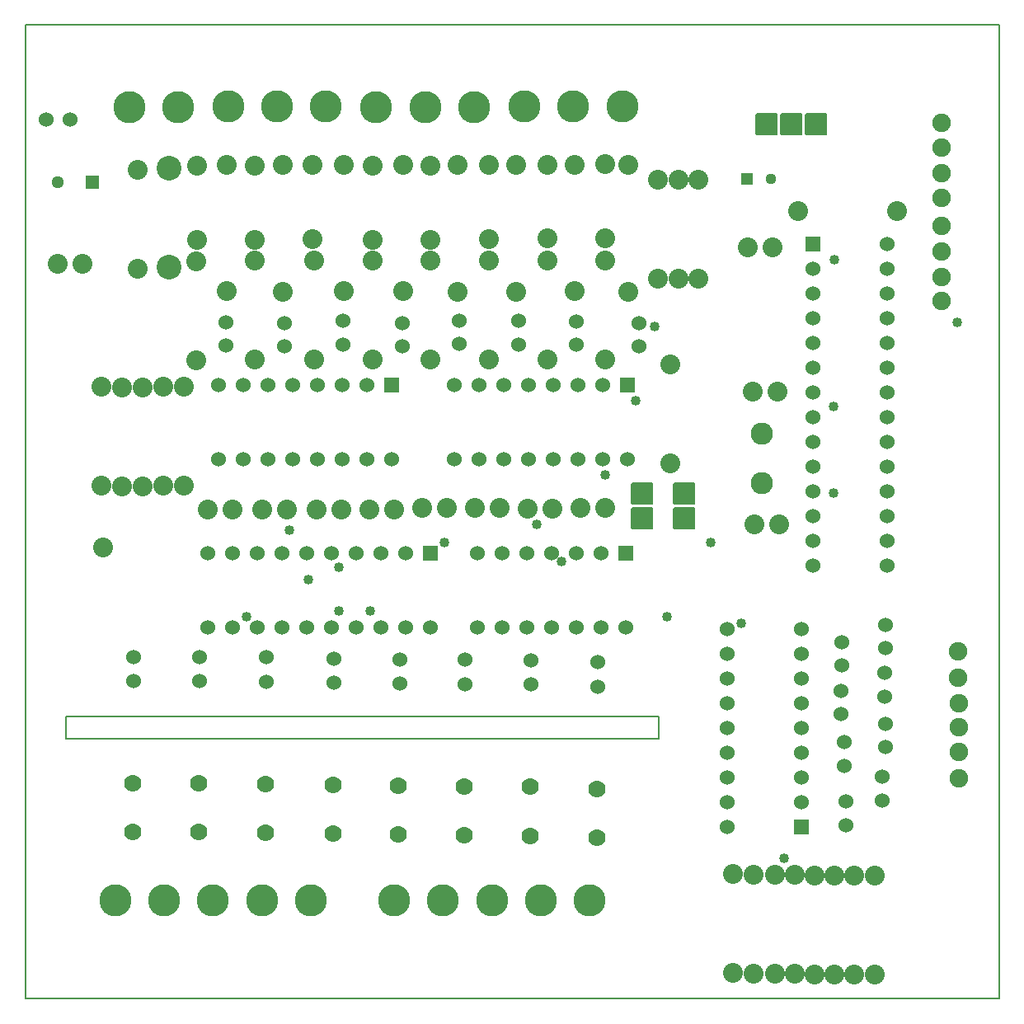
<source format=gbr>
G04 PROTEUS RS274X GERBER FILE*
%FSLAX45Y45*%
%MOMM*%
G01*
%ADD33C,1.016000*%
%ADD24C,2.032000*%
%AMPPAD028*
4,1,36,
-0.635000,0.762000,
0.635000,0.762000,
0.660970,0.759470,
0.684980,0.752200,
0.706580,0.740650,
0.725290,0.725290,
0.740650,0.706570,
0.752200,0.684980,
0.759470,0.660970,
0.762000,0.635000,
0.762000,-0.635000,
0.759470,-0.660970,
0.752200,-0.684980,
0.740650,-0.706570,
0.725290,-0.725290,
0.706580,-0.740650,
0.684980,-0.752200,
0.660970,-0.759470,
0.635000,-0.762000,
-0.635000,-0.762000,
-0.660970,-0.759470,
-0.684980,-0.752200,
-0.706580,-0.740650,
-0.725290,-0.725290,
-0.740650,-0.706570,
-0.752200,-0.684980,
-0.759470,-0.660970,
-0.762000,-0.635000,
-0.762000,0.635000,
-0.759470,0.660970,
-0.752200,0.684980,
-0.740650,0.706570,
-0.725290,0.725290,
-0.706580,0.740650,
-0.684980,0.752200,
-0.660970,0.759470,
-0.635000,0.762000,
0*%
%ADD34PPAD028*%
%ADD25C,1.524000*%
%ADD35C,1.905000*%
%AMPPAD030*
4,1,36,
-0.762000,-0.635000,
-0.762000,0.635000,
-0.759470,0.660970,
-0.752200,0.684980,
-0.740650,0.706580,
-0.725290,0.725290,
-0.706570,0.740650,
-0.684980,0.752200,
-0.660970,0.759470,
-0.635000,0.762000,
0.635000,0.762000,
0.660970,0.759470,
0.684980,0.752200,
0.706570,0.740650,
0.725290,0.725290,
0.740650,0.706580,
0.752200,0.684980,
0.759470,0.660970,
0.762000,0.635000,
0.762000,-0.635000,
0.759470,-0.660970,
0.752200,-0.684980,
0.740650,-0.706580,
0.725290,-0.725290,
0.706570,-0.740650,
0.684980,-0.752200,
0.660970,-0.759470,
0.635000,-0.762000,
-0.635000,-0.762000,
-0.660970,-0.759470,
-0.684980,-0.752200,
-0.706570,-0.740650,
-0.725290,-0.725290,
-0.740650,-0.706580,
-0.752200,-0.684980,
-0.759470,-0.660970,
-0.762000,-0.635000,
0*%
%ADD36PPAD030*%
%AMPPAD031*
4,1,4,
0.640000,-0.640000,
-0.640000,-0.640000,
-0.640000,0.640000,
0.640000,0.640000,
0.640000,-0.640000,
0*%
%ADD37PPAD031*%
%ADD22C,1.280000*%
%ADD38C,3.302000*%
%ADD29C,2.286000*%
%ADD18C,1.778000*%
%AMPPAD033*
4,1,4,
-0.560000,0.560000,
0.560000,0.560000,
0.560000,-0.560000,
-0.560000,-0.560000,
-0.560000,0.560000,
0*%
%ADD39PPAD033*%
%ADD27C,1.120000*%
%AMPPAD034*
4,1,36,
-1.016000,1.143000,
1.016000,1.143000,
1.041970,1.140470,
1.065980,1.133200,
1.087580,1.121650,
1.106290,1.106290,
1.121650,1.087570,
1.133200,1.065980,
1.140470,1.041970,
1.143000,1.016000,
1.143000,-1.016000,
1.140470,-1.041970,
1.133200,-1.065980,
1.121650,-1.087570,
1.106290,-1.106290,
1.087580,-1.121650,
1.065980,-1.133200,
1.041970,-1.140470,
1.016000,-1.143000,
-1.016000,-1.143000,
-1.041970,-1.140470,
-1.065980,-1.133200,
-1.087580,-1.121650,
-1.106290,-1.106290,
-1.121650,-1.087570,
-1.133200,-1.065980,
-1.140470,-1.041970,
-1.143000,-1.016000,
-1.143000,1.016000,
-1.140470,1.041970,
-1.133200,1.065980,
-1.121650,1.087570,
-1.106290,1.106290,
-1.087580,1.121650,
-1.065980,1.133200,
-1.041970,1.140470,
-1.016000,1.143000,
0*%
%ADD40PPAD034*%
%ADD41C,2.540000*%
%AMPPAD036*
4,1,36,
1.143000,1.016000,
1.143000,-1.016000,
1.140470,-1.041970,
1.133200,-1.065980,
1.121650,-1.087580,
1.106290,-1.106290,
1.087570,-1.121650,
1.065980,-1.133200,
1.041970,-1.140470,
1.016000,-1.143000,
-1.016000,-1.143000,
-1.041970,-1.140470,
-1.065980,-1.133200,
-1.087570,-1.121650,
-1.106290,-1.106290,
-1.121650,-1.087580,
-1.133200,-1.065980,
-1.140470,-1.041970,
-1.143000,-1.016000,
-1.143000,1.016000,
-1.140470,1.041970,
-1.133200,1.065980,
-1.121650,1.087580,
-1.106290,1.106290,
-1.087570,1.121650,
-1.065980,1.133200,
-1.041970,1.140470,
-1.016000,1.143000,
1.016000,1.143000,
1.041970,1.140470,
1.065980,1.133200,
1.087570,1.121650,
1.106290,1.106290,
1.121650,1.087580,
1.133200,1.065980,
1.140470,1.041970,
1.143000,1.016000,
0*%
%ADD42PPAD036*%
%ADD73C,0.203200*%
%TD.AperFunction*%
D33*
X+2794000Y-3556000D03*
X+1460500Y+1905000D03*
X-698500Y-317500D03*
X+254000Y-127000D03*
X-1460500Y-1016000D03*
X-1778000Y-1016000D03*
X-1778000Y-571500D03*
X-2286000Y-190500D03*
X+952500Y+381000D03*
X+1270000Y+1143000D03*
X+3302000Y+1079500D03*
X-2095500Y-698500D03*
X+3302000Y+190500D03*
X+1587500Y-1079500D03*
X+2349500Y-1143000D03*
X-2730500Y-1079500D03*
X+508000Y-508000D03*
X+2040000Y-317500D03*
D24*
X-4206000Y-366000D03*
D33*
X+4570716Y+1945278D03*
X+3311533Y+2583741D03*
D34*
X+3088260Y+2747920D03*
D25*
X+3088260Y+2493920D03*
X+3088260Y+2239920D03*
X+3088260Y+1985920D03*
X+3088260Y+1731920D03*
X+3088260Y+1477920D03*
X+3088260Y+1223920D03*
X+3088260Y+969920D03*
X+3088260Y+715920D03*
X+3088260Y+461920D03*
X+3088260Y+207920D03*
X+3088260Y-46080D03*
X+3088260Y-300080D03*
X+3088260Y-554080D03*
X+3850260Y-554080D03*
X+3850260Y-300080D03*
X+3850260Y-46080D03*
X+3850260Y+207920D03*
X+3850260Y+461920D03*
X+3850260Y+715920D03*
X+3850260Y+969920D03*
X+3850260Y+1223920D03*
X+3850260Y+1477920D03*
X+3850260Y+1731920D03*
X+3850260Y+1985920D03*
X+3850260Y+2239920D03*
X+3850260Y+2493920D03*
X+3850260Y+2745920D03*
D35*
X+4586260Y-2733620D03*
X+4586260Y-2463620D03*
X+4586260Y-2213620D03*
X+4586260Y-1963620D03*
X+4576260Y-1703620D03*
X+4576260Y-1433620D03*
D34*
X-841720Y-428820D03*
D25*
X-1095720Y-428820D03*
X-1349720Y-428820D03*
X-1603720Y-428820D03*
X-1857720Y-428820D03*
X-2111720Y-428820D03*
X-2365720Y-428820D03*
X-2619720Y-428820D03*
X-2873720Y-428820D03*
X-3127720Y-428820D03*
X-3127720Y-1190820D03*
X-2873720Y-1190820D03*
X-2619720Y-1190820D03*
X-2365720Y-1190820D03*
X-2111720Y-1190820D03*
X-1857720Y-1190820D03*
X-1603720Y-1190820D03*
X-1349720Y-1190820D03*
X-1095720Y-1190820D03*
X-841720Y-1190820D03*
D36*
X+2971540Y-3240160D03*
D25*
X+2971540Y-2986160D03*
X+2971540Y-2732160D03*
X+2971540Y-2478160D03*
X+2971540Y-2224160D03*
X+2971540Y-1970160D03*
X+2971540Y-1716160D03*
X+2971540Y-1462160D03*
X+2971540Y-1208160D03*
X+2209540Y-1208160D03*
X+2209540Y-1462160D03*
X+2209540Y-1716160D03*
X+2209540Y-1970160D03*
X+2209540Y-2224160D03*
X+2209540Y-2478160D03*
X+2209540Y-2732160D03*
X+2209540Y-2986160D03*
X+2209540Y-3240160D03*
D34*
X+1178980Y+1302700D03*
D25*
X+924980Y+1302700D03*
X+670980Y+1302700D03*
X+416980Y+1302700D03*
X+162980Y+1302700D03*
X-91020Y+1302700D03*
X-345020Y+1302700D03*
X-599020Y+1302700D03*
X-599020Y+540700D03*
X-345020Y+540700D03*
X-91020Y+540700D03*
X+162980Y+540700D03*
X+416980Y+540700D03*
X+670980Y+540700D03*
X+924980Y+540700D03*
X+1178980Y+540700D03*
D34*
X-1243020Y+1298700D03*
D25*
X-1497020Y+1298700D03*
X-1751020Y+1298700D03*
X-2005020Y+1298700D03*
X-2259020Y+1298700D03*
X-2513020Y+1298700D03*
X-2767020Y+1298700D03*
X-3021020Y+1298700D03*
X-3021020Y+536700D03*
X-2767020Y+536700D03*
X-2513020Y+536700D03*
X-2259020Y+536700D03*
X-2005020Y+536700D03*
X-1751020Y+536700D03*
X-1497020Y+536700D03*
X-1243020Y+536700D03*
D34*
X+1165280Y-422820D03*
D25*
X+911280Y-422820D03*
X+657280Y-422820D03*
X+403280Y-422820D03*
X+149280Y-422820D03*
X-104720Y-422820D03*
X-358720Y-422820D03*
X-358720Y-1184820D03*
X-104720Y-1184820D03*
X+149280Y-1184820D03*
X+403280Y-1184820D03*
X+657280Y-1184820D03*
X+911280Y-1184820D03*
X+1165280Y-1184820D03*
D35*
X+4411620Y+3996280D03*
X+4411620Y+3736280D03*
X+4411620Y+3476280D03*
X+4411620Y+3226280D03*
X+4408120Y+2932800D03*
X+4408120Y+2672800D03*
X+4408120Y+2412800D03*
X+4408120Y+2162800D03*
D37*
X-4314940Y+3385680D03*
D22*
X-4664940Y+3385680D03*
D38*
X-3072100Y-3990740D03*
X-2571720Y-3990740D03*
X-2071340Y-3990740D03*
X+794020Y-3991060D03*
X+293640Y-3991060D03*
X-206740Y-3991060D03*
X-2919020Y+4158700D03*
X-2418640Y+4158700D03*
X-1918260Y+4158700D03*
X-1396020Y+4156700D03*
X-895640Y+4156700D03*
X-395260Y+4156700D03*
X+126980Y+4161700D03*
X+627360Y+4161700D03*
X+1127740Y+4161700D03*
D29*
X+2559560Y+799300D03*
X+2559560Y+291300D03*
D25*
X-3889740Y-1490320D03*
X-3889740Y-1740320D03*
D18*
X-3899740Y-2790320D03*
X-3899740Y-3290320D03*
D25*
X-3211560Y-1490320D03*
X-3211560Y-1740320D03*
D18*
X-3221560Y-2790320D03*
X-3221560Y-3290320D03*
D25*
X-2524480Y-1496040D03*
X-2524480Y-1746040D03*
D18*
X-2534480Y-2796040D03*
X-2534480Y-3296040D03*
D25*
X-1833600Y-1508740D03*
X-1833600Y-1758740D03*
D18*
X-1843600Y-2808740D03*
X-1843600Y-3308740D03*
D38*
X-3575800Y-3990260D03*
X-4076180Y-3990260D03*
D25*
X-1158260Y-1516100D03*
X-1158260Y-1766100D03*
D18*
X-1168260Y-2816100D03*
X-1168260Y-3316100D03*
D25*
X-487700Y-1518640D03*
X-487700Y-1768640D03*
D18*
X-497700Y-2818640D03*
X-497700Y-3318640D03*
D25*
X+193020Y-1526260D03*
X+193020Y-1776260D03*
D18*
X+183020Y-2826260D03*
X+183020Y-3326260D03*
D25*
X+876280Y-1544040D03*
X+876280Y-1794040D03*
D18*
X+866280Y-2844040D03*
X+866280Y-3344040D03*
D38*
X-710480Y-3988500D03*
X-1210860Y-3988500D03*
D39*
X+2409160Y+3418040D03*
D27*
X+2659160Y+3418040D03*
D40*
X+2616200Y+3972560D03*
X+2870200Y+3972560D03*
X+3124200Y+3972560D03*
D24*
X+1704340Y+2395220D03*
X+1704340Y+3411220D03*
X+3947160Y+3091180D03*
X+2931160Y+3091180D03*
X+1910080Y+2390140D03*
X+1910080Y+3406140D03*
X+1496060Y+2390140D03*
X+1496060Y+3406140D03*
X+1621320Y+499620D03*
X+1621320Y+1515620D03*
X-3794760Y+261620D03*
X-3794760Y+1277620D03*
X-4008120Y+261620D03*
X-4008120Y+1277620D03*
X-3585680Y+271020D03*
X-3585680Y+1287020D03*
D38*
X-3435060Y+4152100D03*
X-3935440Y+4152100D03*
D41*
X-3521240Y+3526280D03*
X-3521240Y+2510280D03*
D24*
X-2318260Y+26200D03*
X-2572260Y+26200D03*
X-3127280Y+21280D03*
X-2873280Y+21280D03*
X-1463580Y+26360D03*
X-1209580Y+26360D03*
X-2012220Y+26360D03*
X-1758220Y+26360D03*
X-922020Y+38100D03*
X-668020Y+38100D03*
X-381000Y+38100D03*
X-127000Y+38100D03*
X+414820Y+34800D03*
X+160820Y+34800D03*
X+955840Y+37340D03*
X+701840Y+37340D03*
X-4414520Y+2547620D03*
X-4668520Y+2547620D03*
X+2670300Y+2716060D03*
X+2416300Y+2716060D03*
X+2719540Y+1230120D03*
X+2465540Y+1230120D03*
X+2487460Y-132840D03*
X+2741460Y-132840D03*
D42*
X+1762760Y+182880D03*
X+1762760Y-71120D03*
X+1334300Y+182120D03*
X+1334300Y-71880D03*
D24*
X+1192980Y+3561700D03*
X+1192980Y+2261700D03*
X+954980Y+2576700D03*
X+954980Y+1560700D03*
D25*
X+1303980Y+1938700D03*
X+1303980Y+1698700D03*
D24*
X+953980Y+2806700D03*
X+953980Y+3566700D03*
X+640980Y+3565700D03*
X+640980Y+2265700D03*
X+358980Y+1566700D03*
X+358980Y+2582700D03*
D25*
X+656980Y+1952700D03*
X+656980Y+1712700D03*
D24*
X+361980Y+2805700D03*
X+361980Y+3565700D03*
X+37980Y+3561700D03*
X+37980Y+2261700D03*
X-236020Y+1561700D03*
X-236020Y+2577700D03*
D25*
X+64980Y+1958700D03*
X+64980Y+1718700D03*
D24*
X-238020Y+2801700D03*
X-238020Y+3561700D03*
X-564020Y+3561700D03*
X-564020Y+2261700D03*
X-837020Y+1563700D03*
X-837020Y+2579700D03*
D25*
X-541020Y+1962700D03*
X-541020Y+1722700D03*
D24*
X-841020Y+2792700D03*
X-841020Y+3552700D03*
X-1124020Y+3562700D03*
X-1124020Y+2262700D03*
X-1433020Y+1563700D03*
X-1433020Y+2579700D03*
D25*
X-1131020Y+1935700D03*
X-1131020Y+1695700D03*
D24*
X-1431020Y+2792700D03*
X-1431020Y+3552700D03*
X-1727020Y+3562700D03*
X-1727020Y+2262700D03*
X-2038020Y+1563700D03*
X-2038020Y+2579700D03*
D25*
X-1741020Y+1957700D03*
X-1741020Y+1717700D03*
D24*
X-2051020Y+2802700D03*
X-2051020Y+3562700D03*
X-2355020Y+3560700D03*
X-2355020Y+2260700D03*
X-2644020Y+1560700D03*
X-2644020Y+2576700D03*
D25*
X-2341020Y+1938700D03*
X-2341020Y+1698700D03*
D24*
X-2641020Y+2792700D03*
X-2641020Y+3552700D03*
X-2930020Y+3563700D03*
X-2930020Y+2263700D03*
X-3246020Y+1556700D03*
X-3246020Y+2572700D03*
D25*
X-2938020Y+1946700D03*
X-2938020Y+1706700D03*
D24*
X-3241020Y+2792700D03*
X-3241020Y+3552700D03*
X+2262380Y-4737900D03*
X+2262380Y-3721900D03*
D25*
X+3425660Y-2977420D03*
X+3425660Y-3217420D03*
D24*
X+2480820Y-4740440D03*
X+2480820Y-3724440D03*
D25*
X+3799840Y-2724180D03*
X+3799840Y-2964180D03*
D24*
X+2694180Y-4748060D03*
X+2694180Y-3732060D03*
D25*
X+3411220Y-2368580D03*
X+3411220Y-2608580D03*
D24*
X+2899920Y-4742980D03*
X+2899920Y-3726980D03*
D25*
X+3829520Y-2177320D03*
X+3829520Y-2417320D03*
D24*
X+3103120Y-4750600D03*
X+3103120Y-3734600D03*
D25*
X+3378200Y-1836420D03*
X+3378200Y-2076420D03*
D24*
X+3307880Y-4753100D03*
X+3307880Y-3737100D03*
D25*
X+3824440Y-1656620D03*
X+3824440Y-1896620D03*
D24*
X+3512820Y-4752340D03*
X+3512820Y-3736340D03*
D25*
X+3385060Y-1340680D03*
X+3385060Y-1580680D03*
D24*
X+3720800Y-4755500D03*
X+3720800Y-3739500D03*
D25*
X+3836280Y-1160980D03*
X+3836280Y-1400980D03*
D24*
X-3845560Y+3512820D03*
X-3845560Y+2496820D03*
D25*
X-4544060Y+4023360D03*
X-4784060Y+4023360D03*
D24*
X-4216400Y+264160D03*
X-4216400Y+1280160D03*
X-3372360Y+264960D03*
X-3372360Y+1280960D03*
D73*
X-5000000Y-5000000D02*
X+5000000Y-5000000D01*
X+5000000Y+5000000D01*
X-5000000Y+5000000D01*
X-5000000Y-5000000D01*
X-4587400Y-2331860D02*
X+1503520Y-2331860D01*
X+1503520Y-2105800D01*
X-4587400Y-2105800D01*
X-4587400Y-2331860D01*
M02*

</source>
